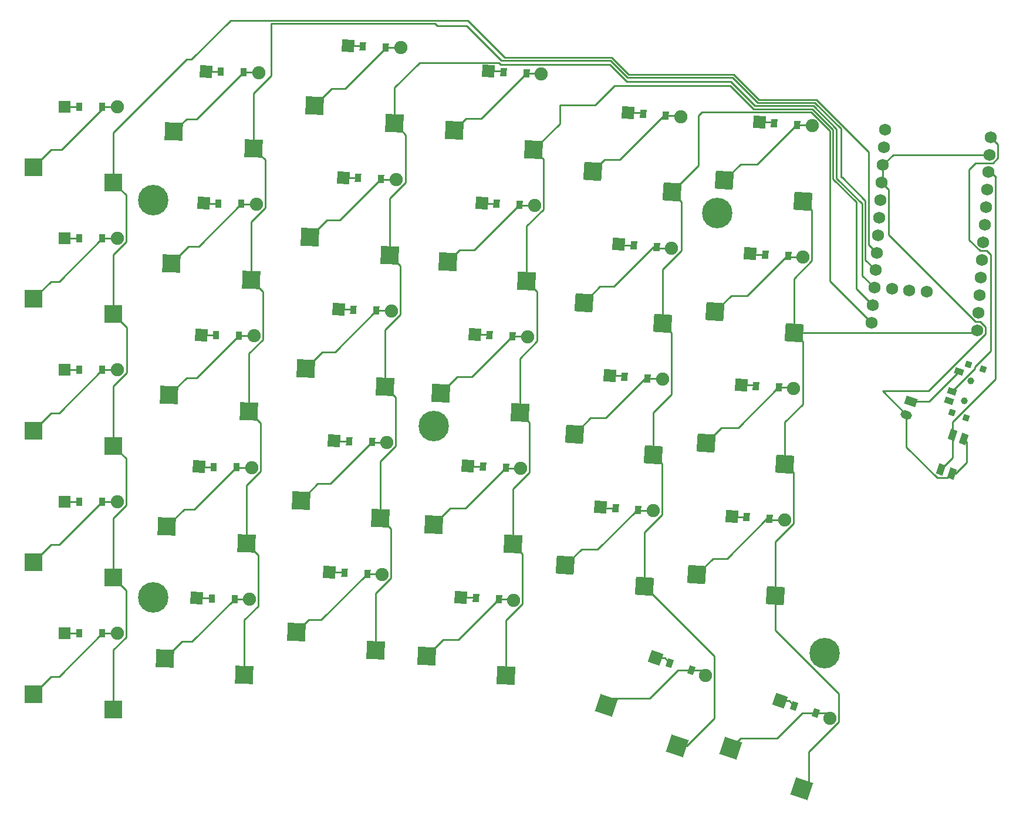
<source format=gbr>
%TF.GenerationSoftware,KiCad,Pcbnew,8.0.4*%
%TF.CreationDate,2024-08-23T21:57:30-04:00*%
%TF.ProjectId,left,6c656674-2e6b-4696-9361-645f70636258,v1.0.0*%
%TF.SameCoordinates,Original*%
%TF.FileFunction,Copper,L2,Bot*%
%TF.FilePolarity,Positive*%
%FSLAX46Y46*%
G04 Gerber Fmt 4.6, Leading zero omitted, Abs format (unit mm)*
G04 Created by KiCad (PCBNEW 8.0.4) date 2024-08-23 21:57:30*
%MOMM*%
%LPD*%
G01*
G04 APERTURE LIST*
G04 Aperture macros list*
%AMHorizOval*
0 Thick line with rounded ends*
0 $1 width*
0 $2 $3 position (X,Y) of the first rounded end (center of the circle)*
0 $4 $5 position (X,Y) of the second rounded end (center of the circle)*
0 Add line between two ends*
20,1,$1,$2,$3,$4,$5,0*
0 Add two circle primitives to create the rounded ends*
1,1,$1,$2,$3*
1,1,$1,$4,$5*%
%AMRotRect*
0 Rectangle, with rotation*
0 The origin of the aperture is its center*
0 $1 length*
0 $2 width*
0 $3 Rotation angle, in degrees counterclockwise*
0 Add horizontal line*
21,1,$1,$2,0,0,$3*%
G04 Aperture macros list end*
%TA.AperFunction,SMDPad,CuDef*%
%ADD10RotRect,0.900000X0.900000X251.000000*%
%TD*%
%TA.AperFunction,WasherPad*%
%ADD11C,1.000000*%
%TD*%
%TA.AperFunction,SMDPad,CuDef*%
%ADD12RotRect,0.900000X1.250000X251.000000*%
%TD*%
%TA.AperFunction,ComponentPad*%
%ADD13RotRect,1.778000X1.778000X359.000000*%
%TD*%
%TA.AperFunction,SMDPad,CuDef*%
%ADD14RotRect,0.900000X1.200000X359.000000*%
%TD*%
%TA.AperFunction,ComponentPad*%
%ADD15C,1.905000*%
%TD*%
%TA.AperFunction,ComponentPad*%
%ADD16RotRect,1.778000X1.778000X357.000000*%
%TD*%
%TA.AperFunction,SMDPad,CuDef*%
%ADD17RotRect,0.900000X1.200000X357.000000*%
%TD*%
%TA.AperFunction,SMDPad,CuDef*%
%ADD18RotRect,2.600000X2.600000X176.000000*%
%TD*%
%TA.AperFunction,ComponentPad*%
%ADD19RotRect,1.200000X1.700000X251.000000*%
%TD*%
%TA.AperFunction,ComponentPad*%
%ADD20HorizOval,1.200000X-0.236380X0.081392X0.236380X-0.081392X0*%
%TD*%
%TA.AperFunction,ComponentPad*%
%ADD21RotRect,1.778000X1.778000X358.000000*%
%TD*%
%TA.AperFunction,SMDPad,CuDef*%
%ADD22RotRect,0.900000X1.200000X358.000000*%
%TD*%
%TA.AperFunction,SMDPad,CuDef*%
%ADD23RotRect,1.550000X1.000000X251.000000*%
%TD*%
%TA.AperFunction,ComponentPad*%
%ADD24RotRect,1.778000X1.778000X356.000000*%
%TD*%
%TA.AperFunction,SMDPad,CuDef*%
%ADD25RotRect,0.900000X1.200000X356.000000*%
%TD*%
%TA.AperFunction,SMDPad,CuDef*%
%ADD26RotRect,2.600000X2.600000X178.000000*%
%TD*%
%TA.AperFunction,SMDPad,CuDef*%
%ADD27R,2.600000X2.600000*%
%TD*%
%TA.AperFunction,ComponentPad*%
%ADD28R,1.778000X1.778000*%
%TD*%
%TA.AperFunction,SMDPad,CuDef*%
%ADD29R,0.900000X1.200000*%
%TD*%
%TA.AperFunction,SMDPad,CuDef*%
%ADD30RotRect,2.600000X2.600000X177.000000*%
%TD*%
%TA.AperFunction,ComponentPad*%
%ADD31C,0.700000*%
%TD*%
%TA.AperFunction,ComponentPad*%
%ADD32C,4.400000*%
%TD*%
%TA.AperFunction,SMDPad,CuDef*%
%ADD33RotRect,2.600000X2.600000X179.000000*%
%TD*%
%TA.AperFunction,ComponentPad*%
%ADD34RotRect,1.778000X1.778000X341.000000*%
%TD*%
%TA.AperFunction,SMDPad,CuDef*%
%ADD35RotRect,0.900000X1.200000X341.000000*%
%TD*%
%TA.AperFunction,ComponentPad*%
%ADD36C,1.752600*%
%TD*%
%TA.AperFunction,SMDPad,CuDef*%
%ADD37RotRect,2.600000X2.600000X161.000000*%
%TD*%
%TA.AperFunction,Conductor*%
%ADD38C,0.250000*%
%TD*%
G04 APERTURE END LIST*
D10*
%TO.P,T1,*%
%TO.N,*%
X178715801Y-156877742D03*
X176635660Y-156161492D03*
D11*
X176959480Y-158599758D03*
X175982776Y-161436314D03*
D10*
X176306596Y-163874580D03*
X174226455Y-163158330D03*
D12*
%TO.P,T1,1*%
%TO.N,pos*%
X175241705Y-157215065D03*
%TO.P,T1,2*%
%TO.N,RAW*%
X174265001Y-160051621D03*
%TO.P,T1,3*%
%TO.N,N/C*%
X173776649Y-161469899D03*
%TD*%
D13*
%TO.P,D8,1*%
%TO.N,P017*%
X65941033Y-151940055D03*
D14*
X68100704Y-151977753D03*
%TO.P,D8,2*%
%TO.N,pinky_home*%
X71400202Y-152035345D03*
D15*
X73559873Y-152073043D03*
%TD*%
D16*
%TO.P,D18,1*%
%TO.N,P017*%
X105396310Y-151852998D03*
D17*
X107553350Y-151966044D03*
%TO.P,D18,2*%
%TO.N,middle_home*%
X110848828Y-152138752D03*
D15*
X113005868Y-152251798D03*
%TD*%
D18*
%TO.P,S24,1*%
%TO.N,P106*%
X133816387Y-131330090D03*
%TO.P,S24,2*%
%TO.N,index_num*%
X122447987Y-128329761D03*
%TD*%
D19*
%TO.P,JST1,1*%
%TO.N,pos*%
X168328564Y-161550571D03*
D20*
%TO.P,JST1,2*%
%TO.N,GND*%
X167677428Y-163441609D03*
%TD*%
D21*
%TO.P,D15,1*%
%TO.N,P006*%
X87086096Y-110248581D03*
D22*
X89244780Y-110323964D03*
%TO.P,D15,2*%
%TO.N,ring_num*%
X92542770Y-110439132D03*
D15*
X94701454Y-110514515D03*
%TD*%
D23*
%TO.P,B1,1*%
%TO.N,GND*%
X175936339Y-166946393D03*
X174227106Y-171910365D03*
%TO.P,B1,2*%
%TO.N,RST*%
X174328958Y-166392927D03*
X172619725Y-171356899D03*
%TD*%
D16*
%TO.P,D17,1*%
%TO.N,P020*%
X104401927Y-170826959D03*
D17*
X106558967Y-170940005D03*
%TO.P,D17,2*%
%TO.N,middle_bottom*%
X109854445Y-171112713D03*
D15*
X112011485Y-171225759D03*
%TD*%
D13*
%TO.P,D9,1*%
%TO.N,P008*%
X66272629Y-132942949D03*
D14*
X68432300Y-132980647D03*
%TO.P,D9,2*%
%TO.N,pinky_top*%
X71731798Y-133038239D03*
D15*
X73891469Y-133075937D03*
%TD*%
D18*
%TO.P,S23,1*%
%TO.N,P106*%
X132491014Y-150283807D03*
%TO.P,S23,2*%
%TO.N,index_top*%
X121122614Y-147283478D03*
%TD*%
D24*
%TO.P,D26,1*%
%TO.N,P017*%
X143815451Y-159145345D03*
D25*
X145970189Y-159296019D03*
%TO.P,D26,2*%
%TO.N,inner_home*%
X149262151Y-159526215D03*
D15*
X151416889Y-159676889D03*
%TD*%
D26*
%TO.P,S11,1*%
%TO.N,P011*%
X91132269Y-197392876D03*
%TO.P,S11,2*%
%TO.N,ring_mod*%
X79666084Y-194791127D03*
%TD*%
D24*
%TO.P,D24,1*%
%TO.N,P006*%
X127512480Y-119912538D03*
D25*
X129667218Y-120063212D03*
%TO.P,D24,2*%
%TO.N,index_num*%
X132959180Y-120293408D03*
D15*
X135113918Y-120444082D03*
%TD*%
D27*
%TO.P,S2,1*%
%TO.N,P024*%
X53275000Y-186950000D03*
%TO.P,S2,2*%
%TO.N,outer_bottom*%
X41725000Y-184750000D03*
%TD*%
%TO.P,S4,1*%
%TO.N,P024*%
X53275000Y-148950000D03*
%TO.P,S4,2*%
%TO.N,outer_top*%
X41725000Y-146750000D03*
%TD*%
D21*
%TO.P,D11,1*%
%TO.N,P022*%
X84433734Y-186202284D03*
D22*
X86592418Y-186277667D03*
%TO.P,D11,2*%
%TO.N,ring_mod*%
X89890408Y-186392835D03*
D15*
X92049092Y-186468218D03*
%TD*%
D24*
%TO.P,D28,1*%
%TO.N,P006*%
X146466197Y-121237911D03*
D25*
X148620935Y-121388585D03*
%TO.P,D28,2*%
%TO.N,inner_num*%
X151912897Y-121618781D03*
D15*
X154067635Y-121769455D03*
%TD*%
D28*
%TO.P,D5,1*%
%TO.N,P006*%
X46190000Y-119000000D03*
D29*
X48350000Y-119000000D03*
%TO.P,D5,2*%
%TO.N,outer_num*%
X51650000Y-119000000D03*
D15*
X53810000Y-119000000D03*
%TD*%
D13*
%TO.P,D7,1*%
%TO.N,P020*%
X65609438Y-170937161D03*
D14*
X67769109Y-170974859D03*
%TO.P,D7,2*%
%TO.N,pinky_bottom*%
X71068607Y-171032451D03*
D15*
X73228278Y-171070149D03*
%TD*%
D21*
%TO.P,D14,1*%
%TO.N,P008*%
X86423006Y-129237007D03*
D22*
X88581690Y-129312390D03*
%TO.P,D14,2*%
%TO.N,ring_top*%
X91879680Y-129427558D03*
D15*
X94038364Y-129502941D03*
%TD*%
D30*
%TO.P,S18,1*%
%TO.N,P104*%
X111898522Y-163158791D03*
%TO.P,S18,2*%
%TO.N,middle_home*%
X100479490Y-160357326D03*
%TD*%
D28*
%TO.P,D2,1*%
%TO.N,P020*%
X46190000Y-176000000D03*
D29*
X48350000Y-176000000D03*
%TO.P,D2,2*%
%TO.N,outer_bottom*%
X51650000Y-176000000D03*
D15*
X53810000Y-176000000D03*
%TD*%
D18*
%TO.P,S28,1*%
%TO.N,P009*%
X152770104Y-132655463D03*
%TO.P,S28,2*%
%TO.N,inner_num*%
X141401704Y-129655134D03*
%TD*%
D28*
%TO.P,D4,1*%
%TO.N,P008*%
X46190000Y-138000000D03*
D29*
X48350000Y-138000000D03*
%TO.P,D4,2*%
%TO.N,outer_top*%
X51650000Y-138000000D03*
D15*
X53810000Y-138000000D03*
%TD*%
D30*
%TO.P,S19,1*%
%TO.N,P104*%
X112892906Y-144184830D03*
%TO.P,S19,2*%
%TO.N,middle_top*%
X101473874Y-141383365D03*
%TD*%
D18*
%TO.P,S27,1*%
%TO.N,P009*%
X151444731Y-151609180D03*
%TO.P,S27,2*%
%TO.N,inner_top*%
X140076331Y-148608851D03*
%TD*%
D24*
%TO.P,D25,1*%
%TO.N,P020*%
X142490078Y-178099062D03*
D25*
X144644816Y-178249736D03*
%TO.P,D25,2*%
%TO.N,inner_bottom*%
X147936778Y-178479932D03*
D15*
X150091516Y-178630606D03*
%TD*%
D24*
%TO.P,D22,1*%
%TO.N,P017*%
X124861734Y-157819972D03*
D25*
X127016472Y-157970646D03*
%TO.P,D22,2*%
%TO.N,index_home*%
X130308434Y-158200842D03*
D15*
X132463172Y-158351516D03*
%TD*%
D30*
%TO.P,S17,1*%
%TO.N,P104*%
X110904139Y-182132753D03*
%TO.P,S17,2*%
%TO.N,middle_bottom*%
X99485107Y-179331288D03*
%TD*%
D13*
%TO.P,D10,1*%
%TO.N,P006*%
X66604225Y-113945843D03*
D14*
X68763896Y-113983541D03*
%TO.P,D10,2*%
%TO.N,pinky_num*%
X72063394Y-114041133D03*
D15*
X74223065Y-114078831D03*
%TD*%
D27*
%TO.P,S1,1*%
%TO.N,P024*%
X53275000Y-205950000D03*
%TO.P,S1,2*%
%TO.N,outer_mod*%
X41725000Y-203750000D03*
%TD*%
D30*
%TO.P,S16,1*%
%TO.N,P104*%
X109909756Y-201106714D03*
%TO.P,S16,2*%
%TO.N,middle_mod*%
X98490724Y-198305249D03*
%TD*%
D28*
%TO.P,D1,1*%
%TO.N,P022*%
X46190000Y-195000000D03*
D29*
X48350000Y-195000000D03*
%TO.P,D1,2*%
%TO.N,outer_mod*%
X51650000Y-195000000D03*
D15*
X53810000Y-195000000D03*
%TD*%
D24*
%TO.P,D23,1*%
%TO.N,P008*%
X126187107Y-138866255D03*
D25*
X128341845Y-139016929D03*
%TO.P,D23,2*%
%TO.N,index_top*%
X131633807Y-139247125D03*
D15*
X133788545Y-139397799D03*
%TD*%
D31*
%TO.P,_4,1*%
%TO.N,N/C*%
X138701146Y-134227892D03*
X139264630Y-133097719D03*
X139101856Y-135425487D03*
X140462225Y-132697009D03*
D32*
X140347127Y-134342990D03*
D31*
X140232029Y-135988971D03*
X141592398Y-133260493D03*
X141429624Y-135588261D03*
X141993108Y-134458088D03*
%TD*%
%TO.P,_2,1*%
%TO.N,N/C*%
X57350000Y-189800000D03*
X57833274Y-188633274D03*
X57833274Y-190966726D03*
X59000000Y-188150000D03*
D32*
X59000000Y-189800000D03*
D31*
X59000000Y-191450000D03*
X60166726Y-188633274D03*
X60166726Y-190966726D03*
X60650000Y-189800000D03*
%TD*%
D24*
%TO.P,D21,1*%
%TO.N,P020*%
X123536361Y-176773689D03*
D25*
X125691099Y-176924363D03*
%TO.P,D21,2*%
%TO.N,index_bottom*%
X128983061Y-177154559D03*
D15*
X131137799Y-177305233D03*
%TD*%
D26*
%TO.P,S13,1*%
%TO.N,P011*%
X92458450Y-159416025D03*
%TO.P,S13,2*%
%TO.N,ring_home*%
X80992265Y-156814276D03*
%TD*%
D18*
%TO.P,S22,1*%
%TO.N,P106*%
X131165641Y-169237524D03*
%TO.P,S22,2*%
%TO.N,index_home*%
X119797241Y-166237195D03*
%TD*%
D33*
%TO.P,S9,1*%
%TO.N,P100*%
X73165446Y-144014931D03*
%TO.P,S9,2*%
%TO.N,pinky_top*%
X61655601Y-141613691D03*
%TD*%
D34*
%TO.P,D30,1*%
%TO.N,P022*%
X149424435Y-204749530D03*
D35*
X151466755Y-205452758D03*
%TO.P,D30,2*%
%TO.N,mod_thumb*%
X154586967Y-206527132D03*
D15*
X156629287Y-207230360D03*
%TD*%
D24*
%TO.P,D27,1*%
%TO.N,P008*%
X145140824Y-140191628D03*
D25*
X147295562Y-140342302D03*
%TO.P,D27,2*%
%TO.N,inner_top*%
X150587524Y-140572498D03*
D15*
X152742262Y-140723172D03*
%TD*%
D31*
%TO.P,_3,1*%
%TO.N,N/C*%
X97859149Y-164976519D03*
X98402823Y-163836684D03*
X98280699Y-166166938D03*
X99593242Y-163415134D03*
D32*
X99506888Y-165062873D03*
D31*
X99420534Y-166710612D03*
X100733077Y-163958808D03*
X100610953Y-166289062D03*
X101154627Y-165149227D03*
%TD*%
D26*
%TO.P,S15,1*%
%TO.N,P011*%
X93784630Y-121439173D03*
%TO.P,S15,2*%
%TO.N,ring_num*%
X82318445Y-118837424D03*
%TD*%
D31*
%TO.P,_1,1*%
%TO.N,N/C*%
X57350000Y-132500000D03*
X57833274Y-131333274D03*
X57833274Y-133666726D03*
X59000000Y-130850000D03*
D32*
X59000000Y-132500000D03*
D31*
X59000000Y-134150000D03*
X60166726Y-131333274D03*
X60166726Y-133666726D03*
X60650000Y-132500000D03*
%TD*%
D33*
%TO.P,S6,1*%
%TO.N,P100*%
X72170659Y-201006250D03*
%TO.P,S6,2*%
%TO.N,pinky_mod*%
X60660814Y-198605010D03*
%TD*%
D28*
%TO.P,D3,1*%
%TO.N,P017*%
X46190000Y-157000000D03*
D29*
X48350000Y-157000000D03*
%TO.P,D3,2*%
%TO.N,outer_home*%
X51650000Y-157000000D03*
D15*
X53810000Y-157000000D03*
%TD*%
D27*
%TO.P,S5,1*%
%TO.N,P024*%
X53275000Y-129950000D03*
%TO.P,S5,2*%
%TO.N,outer_num*%
X41725000Y-127750000D03*
%TD*%
D31*
%TO.P,_5,1*%
%TO.N,N/C*%
X154266641Y-197321298D03*
X155103435Y-196375475D03*
X154343737Y-198581797D03*
X156363934Y-196298379D03*
D32*
X155826747Y-197858485D03*
D31*
X155289560Y-199418591D03*
X157309757Y-197135173D03*
X156550059Y-199341495D03*
X157386853Y-198395672D03*
%TD*%
D33*
%TO.P,S8,1*%
%TO.N,P100*%
X72833850Y-163012038D03*
%TO.P,S8,2*%
%TO.N,pinky_home*%
X61324005Y-160610798D03*
%TD*%
D36*
%TO.P,MCU1,1*%
%TO.N,P006*%
X164623746Y-122337196D03*
%TO.P,MCU1,2*%
%TO.N,P008*%
X164446564Y-124871009D03*
%TO.P,MCU1,3*%
%TO.N,GND*%
X164269383Y-127404821D03*
%TO.P,MCU1,4*%
X164092202Y-129938634D03*
%TO.P,MCU1,5*%
%TO.N,P017*%
X163915020Y-132472447D03*
%TO.P,MCU1,6*%
%TO.N,P020*%
X163737839Y-135006259D03*
%TO.P,MCU1,7*%
%TO.N,P022*%
X163560657Y-137540072D03*
%TO.P,MCU1,8*%
%TO.N,P024*%
X163383476Y-140073885D03*
%TO.P,MCU1,9*%
%TO.N,P100*%
X163206294Y-142607697D03*
%TO.P,MCU1,10*%
%TO.N,P011*%
X163029113Y-145141510D03*
%TO.P,MCU1,11*%
%TO.N,P104*%
X162851931Y-147675323D03*
%TO.P,MCU1,12*%
%TO.N,P106*%
X162674750Y-150209135D03*
%TO.P,MCU1,13*%
%TO.N,P009*%
X177877626Y-151272224D03*
%TO.P,MCU1,14*%
%TO.N,P010*%
X178054808Y-148738411D03*
%TO.P,MCU1,15*%
%TO.N,P111*%
X178231989Y-146204599D03*
%TO.P,MCU1,16*%
%TO.N,P113*%
X178409170Y-143670786D03*
%TO.P,MCU1,17*%
%TO.N,P115*%
X178586352Y-141136973D03*
%TO.P,MCU1,18*%
%TO.N,P002*%
X178763533Y-138603161D03*
%TO.P,MCU1,19*%
%TO.N,P029*%
X178940715Y-136069348D03*
%TO.P,MCU1,20*%
%TO.N,P031*%
X179117896Y-133535535D03*
%TO.P,MCU1,21*%
%TO.N,VCC*%
X179295078Y-131001723D03*
%TO.P,MCU1,22*%
%TO.N,RST*%
X179472259Y-128467910D03*
%TO.P,MCU1,23*%
%TO.N,GND*%
X179649441Y-125934097D03*
%TO.P,MCU1,24*%
%TO.N,RAW*%
X179826622Y-123400285D03*
%TO.P,MCU1,31*%
%TO.N,P101*%
X165562926Y-145318692D03*
%TO.P,MCU1,32*%
%TO.N,P102*%
X168096738Y-145495873D03*
%TO.P,MCU1,33*%
%TO.N,P107*%
X170630551Y-145673054D03*
%TD*%
D16*
%TO.P,D16,1*%
%TO.N,P022*%
X103407544Y-189800920D03*
D17*
X105564584Y-189913966D03*
%TO.P,D16,2*%
%TO.N,middle_mod*%
X108860062Y-190086674D03*
D15*
X111017102Y-190199720D03*
%TD*%
D16*
%TO.P,D19,1*%
%TO.N,P008*%
X106390693Y-132879037D03*
D17*
X108547733Y-132992083D03*
%TO.P,D19,2*%
%TO.N,middle_top*%
X111843211Y-133164791D03*
D15*
X114000251Y-133277837D03*
%TD*%
D37*
%TO.P,S29,1*%
%TO.N,P106*%
X134593610Y-211223814D03*
%TO.P,S29,2*%
%TO.N,space_thumb*%
X124389120Y-205383361D03*
%TD*%
D18*
%TO.P,S26,1*%
%TO.N,P009*%
X150119358Y-170562897D03*
%TO.P,S26,2*%
%TO.N,inner_home*%
X138750958Y-167562568D03*
%TD*%
D27*
%TO.P,S3,1*%
%TO.N,P024*%
X53275000Y-167950000D03*
%TO.P,S3,2*%
%TO.N,outer_home*%
X41725000Y-165750000D03*
%TD*%
D34*
%TO.P,D29,1*%
%TO.N,P022*%
X131459582Y-198563735D03*
D35*
X133501902Y-199266963D03*
%TO.P,D29,2*%
%TO.N,space_thumb*%
X136622114Y-200341337D03*
D15*
X138664434Y-201044565D03*
%TD*%
D30*
%TO.P,S20,1*%
%TO.N,P104*%
X113887289Y-125210869D03*
%TO.P,S20,2*%
%TO.N,middle_num*%
X102468257Y-122409404D03*
%TD*%
D16*
%TO.P,D20,1*%
%TO.N,P006*%
X107385077Y-113905075D03*
D17*
X109542117Y-114018121D03*
%TO.P,D20,2*%
%TO.N,middle_num*%
X112837595Y-114190829D03*
D15*
X114994635Y-114303875D03*
%TD*%
D33*
%TO.P,S10,1*%
%TO.N,P100*%
X73497042Y-125017825D03*
%TO.P,S10,2*%
%TO.N,pinky_num*%
X61987197Y-122616585D03*
%TD*%
D26*
%TO.P,S14,1*%
%TO.N,P011*%
X93121540Y-140427599D03*
%TO.P,S14,2*%
%TO.N,ring_top*%
X81655355Y-137825850D03*
%TD*%
D21*
%TO.P,D13,1*%
%TO.N,P017*%
X85759915Y-148225432D03*
D22*
X87918599Y-148300815D03*
%TO.P,D13,2*%
%TO.N,ring_home*%
X91216589Y-148415983D03*
D15*
X93375273Y-148491366D03*
%TD*%
D33*
%TO.P,S7,1*%
%TO.N,P100*%
X72502255Y-182009144D03*
%TO.P,S7,2*%
%TO.N,pinky_bottom*%
X60992410Y-179607904D03*
%TD*%
D21*
%TO.P,D12,1*%
%TO.N,P020*%
X85096825Y-167213858D03*
D22*
X87255509Y-167289241D03*
%TO.P,D12,2*%
%TO.N,ring_bottom*%
X90553499Y-167404409D03*
D15*
X92712183Y-167479792D03*
%TD*%
D26*
%TO.P,S12,1*%
%TO.N,P011*%
X91795359Y-178404450D03*
%TO.P,S12,2*%
%TO.N,ring_bottom*%
X80329174Y-175802701D03*
%TD*%
D18*
%TO.P,S21,1*%
%TO.N,P106*%
X129840268Y-188191241D03*
%TO.P,S21,2*%
%TO.N,index_bottom*%
X118471868Y-185190912D03*
%TD*%
D13*
%TO.P,D6,1*%
%TO.N,P022*%
X65277842Y-189934268D03*
D14*
X67437513Y-189971966D03*
%TO.P,D6,2*%
%TO.N,pinky_mod*%
X70737011Y-190029558D03*
D15*
X72896682Y-190067256D03*
%TD*%
D37*
%TO.P,S30,1*%
%TO.N,P009*%
X152558463Y-217409608D03*
%TO.P,S30,2*%
%TO.N,mod_thumb*%
X142353973Y-211569155D03*
%TD*%
D18*
%TO.P,S25,1*%
%TO.N,P009*%
X148793985Y-189516614D03*
%TO.P,S25,2*%
%TO.N,inner_bottom*%
X137425585Y-186516285D03*
%TD*%
D38*
%TO.N,P024*%
X163383476Y-140073885D02*
X162200000Y-138890409D01*
X125168198Y-111931802D02*
X109731802Y-111931802D01*
X154650422Y-118000000D02*
X146386396Y-118000000D01*
X53275000Y-148950000D02*
X53275000Y-140341658D01*
X142736396Y-114350000D02*
X127586396Y-114350000D01*
X55087500Y-131762500D02*
X53275000Y-129950000D01*
X53275000Y-159341658D02*
X55200000Y-157416658D01*
X70182371Y-106550000D02*
X64532371Y-112200000D01*
X53275000Y-205950000D02*
X53275000Y-197341658D01*
X55200000Y-150875000D02*
X53275000Y-148950000D01*
X53275000Y-122757371D02*
X53275000Y-129950000D01*
X53275000Y-140341658D02*
X55087500Y-138529158D01*
X146386396Y-118000000D02*
X142736396Y-114350000D01*
X162200000Y-125549578D02*
X154650422Y-118000000D01*
X55087500Y-176529158D02*
X55087500Y-169762500D01*
X55200000Y-157416658D02*
X55200000Y-150875000D01*
X53275000Y-197341658D02*
X55087500Y-195529158D01*
X127586396Y-114350000D02*
X125168198Y-111931802D01*
X55087500Y-138529158D02*
X55087500Y-131762500D01*
X64532371Y-112200000D02*
X63832371Y-112200000D01*
X109731802Y-111931802D02*
X104350000Y-106550000D01*
X53275000Y-167950000D02*
X53275000Y-159341658D01*
X53275000Y-186950000D02*
X53275000Y-178341658D01*
X63832371Y-112200000D02*
X53275000Y-122757371D01*
X55087500Y-169762500D02*
X53275000Y-167950000D01*
X55087500Y-188762500D02*
X53275000Y-186950000D01*
X162200000Y-138890409D02*
X162200000Y-125549578D01*
X104350000Y-106550000D02*
X70182371Y-106550000D01*
X53275000Y-178341658D02*
X55087500Y-176529158D01*
X55087500Y-195529158D02*
X55087500Y-188762500D01*
%TO.N,outer_mod*%
X41725000Y-203750000D02*
X44249100Y-201225900D01*
X45424100Y-201225900D02*
X51650000Y-195000000D01*
X44249100Y-201225900D02*
X45424100Y-201225900D01*
X51650000Y-195000000D02*
X53810000Y-195000000D01*
%TO.N,outer_bottom*%
X45424100Y-182225900D02*
X51650000Y-176000000D01*
X41725000Y-184750000D02*
X44249100Y-182225900D01*
X53810000Y-176000000D02*
X51650000Y-176000000D01*
X44249100Y-182225900D02*
X45424100Y-182225900D01*
%TO.N,outer_home*%
X45424100Y-163225900D02*
X51650000Y-157000000D01*
X51650000Y-157000000D02*
X53810000Y-157000000D01*
X44249100Y-163225900D02*
X45424100Y-163225900D01*
X41725000Y-165750000D02*
X44249100Y-163225900D01*
%TO.N,outer_top*%
X53810000Y-138000000D02*
X51650000Y-138000000D01*
X45424100Y-144225900D02*
X51650000Y-138000000D01*
X44249100Y-144225900D02*
X45424100Y-144225900D01*
X41725000Y-146750000D02*
X44249100Y-144225900D01*
%TO.N,outer_num*%
X45819101Y-125225900D02*
X51650000Y-119395001D01*
X44249100Y-125225900D02*
X45819101Y-125225900D01*
X51650000Y-119000000D02*
X53810000Y-119000000D01*
X41725000Y-127750000D02*
X44249100Y-125225900D01*
X51650000Y-119395001D02*
X51650000Y-119000000D01*
%TO.N,P100*%
X72502255Y-182009144D02*
X72502255Y-173602830D01*
X158200000Y-129200000D02*
X158400000Y-129200000D01*
X72170659Y-193053342D02*
X74174182Y-191049819D01*
X72502255Y-173602830D02*
X74505778Y-171599307D01*
X73165446Y-135608618D02*
X75168969Y-133605095D01*
X127400000Y-114800000D02*
X142550000Y-114800000D01*
X73165446Y-144014931D02*
X73165446Y-135608618D01*
X146200000Y-118450000D02*
X154464026Y-118450000D01*
X161750000Y-141151403D02*
X163206294Y-142607697D01*
X74174182Y-183681071D02*
X72502255Y-182009144D01*
X158400000Y-129200000D02*
X161750000Y-132550000D01*
X74837373Y-152602201D02*
X74837373Y-145686858D01*
X73497042Y-117064917D02*
X76000000Y-114561959D01*
X75168969Y-126689752D02*
X73497042Y-125017825D01*
X99663604Y-107000000D02*
X100013604Y-107350000D01*
X124981802Y-112381802D02*
X127400000Y-114800000D01*
X74837373Y-145686858D02*
X73165446Y-144014931D01*
X75168969Y-133605095D02*
X75168969Y-126689752D01*
X142550000Y-114800000D02*
X146200000Y-118450000D01*
X76000000Y-107000000D02*
X99663604Y-107000000D01*
X72833850Y-154605724D02*
X74837373Y-152602201D01*
X74505778Y-164683966D02*
X72833850Y-163012038D01*
X104186396Y-107350000D02*
X109218198Y-112381802D01*
X109218198Y-112381802D02*
X124981802Y-112381802D01*
X74174182Y-191049819D02*
X74174182Y-183681071D01*
X158200000Y-122185974D02*
X158200000Y-129200000D01*
X154464026Y-118450000D02*
X158200000Y-122185974D01*
X74505778Y-171599307D02*
X74505778Y-164683966D01*
X161750000Y-132550000D02*
X161750000Y-141151403D01*
X72833850Y-163012038D02*
X72833850Y-154605724D01*
X72170659Y-201006250D02*
X72170659Y-193053342D01*
X73497042Y-125017825D02*
X73497042Y-117064917D01*
X100013604Y-107350000D02*
X104186396Y-107350000D01*
X76000000Y-114561959D02*
X76000000Y-107000000D01*
%TO.N,pinky_mod*%
X63135912Y-196129912D02*
X64636657Y-196129912D01*
X70737011Y-190029558D02*
X72858984Y-190029558D01*
X60660814Y-198605010D02*
X63135912Y-196129912D01*
X64636657Y-196129912D02*
X70737011Y-190029558D01*
X72858984Y-190029558D02*
X72896682Y-190067256D01*
%TO.N,pinky_bottom*%
X71106305Y-171070149D02*
X71068607Y-171032451D01*
X63467508Y-177132806D02*
X64968252Y-177132806D01*
X60992410Y-179607904D02*
X63467508Y-177132806D01*
X73228278Y-171070149D02*
X71106305Y-171070149D01*
X64968252Y-177132806D02*
X71068607Y-171032451D01*
%TO.N,pinky_home*%
X63799103Y-158135700D02*
X65299847Y-158135700D01*
X73522175Y-152035345D02*
X73559873Y-152073043D01*
X65299847Y-158135700D02*
X71400202Y-152035345D01*
X61324005Y-160610798D02*
X63799103Y-158135700D01*
X71400202Y-152035345D02*
X73522175Y-152035345D01*
%TO.N,pinky_top*%
X73891469Y-133075937D02*
X71769496Y-133075937D01*
X65631444Y-139138593D02*
X71731798Y-133038239D01*
X61655601Y-141613691D02*
X64130699Y-139138593D01*
X71769496Y-133075937D02*
X71731798Y-133038239D01*
X64130699Y-139138593D02*
X65631444Y-139138593D01*
%TO.N,pinky_num*%
X61987197Y-122616585D02*
X63805040Y-120798742D01*
X65305785Y-120798742D02*
X72063394Y-114041133D01*
X72063394Y-114041133D02*
X74185367Y-114041133D01*
X63805040Y-120798742D02*
X65305785Y-120798742D01*
X74185367Y-114041133D02*
X74223065Y-114078831D01*
%TO.N,P011*%
X91132269Y-189191699D02*
X93326592Y-186997376D01*
X108845767Y-112645767D02*
X97406925Y-112645767D01*
X161300000Y-133017031D02*
X161300000Y-143412397D01*
X93121540Y-140427599D02*
X93121540Y-132226423D01*
X93989683Y-160947258D02*
X92458450Y-159416025D01*
X127363604Y-115400000D02*
X142300000Y-115400000D01*
X93326592Y-179935683D02*
X91795359Y-178404450D01*
X92458450Y-159416025D02*
X92458450Y-151214847D01*
X92458450Y-151214847D02*
X94652773Y-149020524D01*
X124913604Y-112950000D02*
X127363604Y-115400000D01*
X145800000Y-118900000D02*
X154277630Y-118900000D01*
X142300000Y-115400000D02*
X145800000Y-118900000D01*
X94652773Y-141958832D02*
X93121540Y-140427599D01*
X93121540Y-132226423D02*
X95400000Y-129947963D01*
X157600000Y-129317031D02*
X161300000Y-133017031D01*
X154277630Y-118900000D02*
X157600000Y-122222370D01*
X94652773Y-149020524D02*
X94652773Y-141958832D01*
X95400000Y-123054543D02*
X93784630Y-121439173D01*
X97406925Y-112645767D02*
X93784630Y-116268062D01*
X109150000Y-112950000D02*
X124913604Y-112950000D01*
X161300000Y-143412397D02*
X163029113Y-145141510D01*
X109150000Y-112950000D02*
X108845767Y-112645767D01*
X91795359Y-178404450D02*
X91795359Y-170203274D01*
X93989683Y-168008950D02*
X93989683Y-160947258D01*
X95400000Y-129947963D02*
X95400000Y-123054543D01*
X91132269Y-197392876D02*
X91132269Y-189191699D01*
X91795359Y-170203274D02*
X93989683Y-168008950D01*
X93784630Y-121439173D02*
X93784630Y-116268062D01*
X93326592Y-186997376D02*
X93326592Y-179935683D01*
X157600000Y-122222370D02*
X157600000Y-129317031D01*
%TO.N,ring_mod*%
X91973709Y-186392835D02*
X92049092Y-186468218D01*
X79666084Y-194791127D02*
X81426788Y-193030423D01*
X83252820Y-193030423D02*
X89890408Y-186392835D01*
X89890408Y-186392835D02*
X91973709Y-186392835D01*
X81426788Y-193030423D02*
X83252820Y-193030423D01*
%TO.N,ring_bottom*%
X84580176Y-173377732D02*
X90553499Y-167404409D01*
X90628882Y-167479792D02*
X90553499Y-167404409D01*
X80329174Y-175802701D02*
X82754143Y-173377732D01*
X92712183Y-167479792D02*
X90628882Y-167479792D01*
X82754143Y-173377732D02*
X84580176Y-173377732D01*
%TO.N,ring_home*%
X93299890Y-148415983D02*
X93375273Y-148491366D01*
X85243265Y-154389307D02*
X91216589Y-148415983D01*
X91216589Y-148415983D02*
X93299890Y-148415983D01*
X83417234Y-154389307D02*
X85243265Y-154389307D01*
X80992265Y-156814276D02*
X83417234Y-154389307D01*
%TO.N,ring_top*%
X81655355Y-137825850D02*
X84080324Y-135400881D01*
X85906357Y-135400881D02*
X91879680Y-129427558D01*
X84080324Y-135400881D02*
X85906357Y-135400881D01*
X94038364Y-129502941D02*
X91955063Y-129502941D01*
X91955063Y-129502941D02*
X91879680Y-129427558D01*
%TO.N,ring_num*%
X84743414Y-116412455D02*
X86730325Y-116412455D01*
X86730325Y-116412455D02*
X92542770Y-110600010D01*
X92542770Y-110439132D02*
X94626071Y-110439132D01*
X92542770Y-110600010D02*
X92542770Y-110439132D01*
X94626071Y-110439132D02*
X94701454Y-110514515D01*
X82318445Y-118837424D02*
X84743414Y-116412455D01*
%TO.N,P104*%
X114400000Y-145691924D02*
X112892906Y-144184830D01*
X113887289Y-125210869D02*
X117646538Y-121451620D01*
X112892906Y-136191840D02*
X115277751Y-133806995D01*
X112294602Y-190728878D02*
X112294602Y-183523216D01*
X113288985Y-164549254D02*
X111898522Y-163158791D01*
X112294602Y-183523216D02*
X110904139Y-182132753D01*
X145600000Y-119350000D02*
X154091234Y-119350000D01*
X110904139Y-174139763D02*
X113288985Y-171754917D01*
X109909756Y-201106714D02*
X109909756Y-193113724D01*
X111898522Y-155310433D02*
X114400000Y-152808955D01*
X112892906Y-144184830D02*
X112892906Y-136191840D01*
X157080635Y-122339401D02*
X157080635Y-129434062D01*
X111898522Y-163158791D02*
X111898522Y-155310433D01*
X115277751Y-133806995D02*
X115277751Y-126601331D01*
X160423287Y-132776714D02*
X160423287Y-145246679D01*
X110904139Y-182132753D02*
X110904139Y-174139763D01*
X142200000Y-115950000D02*
X145600000Y-119350000D01*
X160423287Y-145246679D02*
X162851931Y-147675323D01*
X154091234Y-119350000D02*
X157080635Y-122339401D01*
X113288985Y-171754917D02*
X113288985Y-164549254D01*
X117646538Y-121451620D02*
X117646538Y-118753462D01*
X125550000Y-115950000D02*
X122746538Y-118753462D01*
X125550000Y-115950000D02*
X142200000Y-115950000D01*
X115277751Y-126601331D02*
X113887289Y-125210869D01*
X122746538Y-118753462D02*
X117646538Y-118753462D01*
X114400000Y-152808955D02*
X114400000Y-145691924D01*
X157080635Y-129434062D02*
X160423287Y-132776714D01*
X109909756Y-193113724D02*
X112294602Y-190728878D01*
%TO.N,middle_mod*%
X103015216Y-195931520D02*
X108860062Y-190086674D01*
X110904056Y-190086674D02*
X111017102Y-190199720D01*
X98490724Y-198305249D02*
X100864453Y-195931520D01*
X108860062Y-190086674D02*
X110904056Y-190086674D01*
X100864453Y-195931520D02*
X103015216Y-195931520D01*
%TO.N,middle_bottom*%
X101858836Y-176957559D02*
X104009599Y-176957559D01*
X109967491Y-171225759D02*
X109854445Y-171112713D01*
X104009599Y-176957559D02*
X109854445Y-171112713D01*
X99485107Y-179331288D02*
X101858836Y-176957559D01*
X112011485Y-171225759D02*
X109967491Y-171225759D01*
%TO.N,middle_home*%
X105003983Y-157983597D02*
X110848828Y-152138752D01*
X112892822Y-152138752D02*
X113005868Y-152251798D01*
X100479490Y-160357326D02*
X102853219Y-157983597D01*
X110848828Y-152138752D02*
X112892822Y-152138752D01*
X102853219Y-157983597D02*
X105003983Y-157983597D01*
%TO.N,middle_top*%
X111956257Y-133277837D02*
X111843211Y-133164791D01*
X101473874Y-141383365D02*
X103177474Y-139679765D01*
X105328237Y-139679765D02*
X111843211Y-133164791D01*
X114000251Y-133277837D02*
X111956257Y-133277837D01*
X103177474Y-139679765D02*
X105328237Y-139679765D01*
%TO.N,middle_num*%
X112837595Y-114190829D02*
X114881589Y-114190829D01*
X114881589Y-114190829D02*
X114994635Y-114303875D01*
X102468257Y-122409404D02*
X104171857Y-120705804D01*
X104171857Y-120705804D02*
X106322620Y-120705804D01*
X106322620Y-120705804D02*
X112837595Y-114190829D01*
%TO.N,P106*%
X132491014Y-150283807D02*
X132491014Y-142501988D01*
X138200000Y-119800000D02*
X137676918Y-120323082D01*
X153904838Y-119800000D02*
X138200000Y-119800000D01*
X133800000Y-160542234D02*
X133800000Y-151592793D01*
X135200000Y-132713703D02*
X133816387Y-131330090D01*
X156630635Y-144165020D02*
X156630635Y-122525797D01*
X132491014Y-142501988D02*
X135200000Y-139793002D01*
X129840268Y-180409422D02*
X132415299Y-177834391D01*
X131165641Y-163176593D02*
X133800000Y-160542234D01*
X156630635Y-122525797D02*
X153904838Y-119800000D01*
X139941934Y-207250397D02*
X139941934Y-198292907D01*
X129840268Y-188191241D02*
X129840268Y-180409422D01*
X131165641Y-169237524D02*
X131165641Y-163176593D01*
X137676918Y-120323082D02*
X137676918Y-127469559D01*
X133800000Y-151592793D02*
X132491014Y-150283807D01*
X135200000Y-139793002D02*
X135200000Y-132713703D01*
X132415299Y-177834391D02*
X132415299Y-170487182D01*
X134593610Y-211223814D02*
X135968517Y-211223814D01*
X137676918Y-127469559D02*
X133816387Y-131330090D01*
X139941934Y-198292907D02*
X129840268Y-188191241D01*
X132415299Y-170487182D02*
X131165641Y-169237524D01*
X162674750Y-150209135D02*
X156630635Y-144165020D01*
X135968517Y-211223814D02*
X139941934Y-207250397D01*
%TO.N,index_bottom*%
X120793259Y-182869521D02*
X123130479Y-182869521D01*
X129133735Y-177305233D02*
X128983061Y-177154559D01*
X128845441Y-177154559D02*
X128983061Y-177154559D01*
X123130479Y-182869521D02*
X128845441Y-177154559D01*
X118471868Y-185190912D02*
X120793259Y-182869521D01*
X131137799Y-177305233D02*
X129133735Y-177305233D01*
%TO.N,index_home*%
X122118632Y-163915804D02*
X124284196Y-163915804D01*
X130308434Y-158200842D02*
X132312498Y-158200842D01*
X124284196Y-163915804D02*
X129999158Y-158200842D01*
X132312498Y-158200842D02*
X132463172Y-158351516D01*
X119797241Y-166237195D02*
X122118632Y-163915804D01*
X129999158Y-158200842D02*
X130308434Y-158200842D01*
%TO.N,index_top*%
X133788545Y-139397799D02*
X131784481Y-139397799D01*
X123444005Y-144962087D02*
X125467746Y-144962087D01*
X131784481Y-139397799D02*
X131633807Y-139247125D01*
X131182708Y-139247125D02*
X131633807Y-139247125D01*
X125467746Y-144962087D02*
X131182708Y-139247125D01*
X121122614Y-147283478D02*
X123444005Y-144962087D01*
%TO.N,index_num*%
X132959180Y-120293408D02*
X134963244Y-120293408D01*
X134963244Y-120293408D02*
X135113918Y-120444082D01*
X124094534Y-126683214D02*
X126316786Y-126683214D01*
X122447987Y-128329761D02*
X124094534Y-126683214D01*
X132706592Y-120293408D02*
X132959180Y-120293408D01*
X126316786Y-126683214D02*
X132706592Y-120293408D01*
%TO.N,P009*%
X157906787Y-203706787D02*
X148793985Y-194593985D01*
X151444731Y-151609180D02*
X151444731Y-143827361D01*
X148793985Y-189516614D02*
X148793985Y-181734795D01*
X151369016Y-171812555D02*
X150119358Y-170562897D01*
X153581210Y-212085095D02*
X157906787Y-207759518D01*
X154019762Y-133905121D02*
X152770104Y-132655463D01*
X151444731Y-143827361D02*
X154019762Y-141252330D01*
X157906787Y-207759518D02*
X157906787Y-203706787D01*
X152694389Y-161926935D02*
X152694389Y-152858838D01*
X148793985Y-194593985D02*
X148793985Y-189516614D01*
X177540670Y-151609180D02*
X177877626Y-151272224D01*
X150119358Y-170562897D02*
X150119358Y-164501966D01*
X152558463Y-217409608D02*
X153581210Y-216386861D01*
X153581210Y-216386861D02*
X153581210Y-212085095D01*
X154019762Y-141252330D02*
X154019762Y-133905121D01*
X151369016Y-179159764D02*
X151369016Y-171812555D01*
X150119358Y-164501966D02*
X152694389Y-161926935D01*
X152694389Y-152858838D02*
X151444731Y-151609180D01*
X151444731Y-151609180D02*
X177540670Y-151609180D01*
X148793985Y-181734795D02*
X151369016Y-179159764D01*
%TO.N,inner_bottom*%
X147485679Y-178479932D02*
X147936778Y-178479932D01*
X141770717Y-184194894D02*
X147485679Y-178479932D01*
X139746976Y-184194894D02*
X141770717Y-184194894D01*
X137425585Y-186516285D02*
X139746976Y-184194894D01*
X148087452Y-178630606D02*
X147936778Y-178479932D01*
X150091516Y-178630606D02*
X148087452Y-178630606D01*
%TO.N,inner_home*%
X149185111Y-159526215D02*
X149262151Y-159526215D01*
X138750958Y-167562568D02*
X141002106Y-165311420D01*
X151266215Y-159526215D02*
X151416889Y-159676889D01*
X149262151Y-159526215D02*
X151266215Y-159526215D01*
X143399906Y-165311420D02*
X149185111Y-159526215D01*
X141002106Y-165311420D02*
X143399906Y-165311420D01*
%TO.N,inner_top*%
X142397722Y-146287460D02*
X144712540Y-146287460D01*
X140076331Y-148608851D02*
X142397722Y-146287460D01*
X150427502Y-140572498D02*
X150587524Y-140572498D01*
X144712540Y-146287460D02*
X150427502Y-140572498D01*
X152742262Y-140723172D02*
X150738198Y-140723172D01*
X150738198Y-140723172D02*
X150587524Y-140572498D01*
%TO.N,inner_num*%
X146120895Y-127333743D02*
X151835857Y-121618781D01*
X151912897Y-121618781D02*
X153916961Y-121618781D01*
X143723095Y-127333743D02*
X146120895Y-127333743D01*
X151835857Y-121618781D02*
X151912897Y-121618781D01*
X153916961Y-121618781D02*
X154067635Y-121769455D01*
X141401704Y-129655134D02*
X143723095Y-127333743D01*
%TO.N,space_thumb*%
X137961206Y-200341337D02*
X138664434Y-201044565D01*
X130639386Y-204360614D02*
X134658663Y-200341337D01*
X125411867Y-204360614D02*
X130639386Y-204360614D01*
X124389120Y-205383361D02*
X125411867Y-204360614D01*
X136622114Y-200341337D02*
X137961206Y-200341337D01*
X134658663Y-200341337D02*
X136622114Y-200341337D01*
%TO.N,mod_thumb*%
X142353973Y-211569155D02*
X143770316Y-210152812D01*
X154586967Y-206527132D02*
X155926059Y-206527132D01*
X149008746Y-210152812D02*
X152634426Y-206527132D01*
X155926059Y-206527132D02*
X156629287Y-207230360D01*
X143770316Y-210152812D02*
X149008746Y-210152812D01*
X152634426Y-206527132D02*
X154586967Y-206527132D01*
%TO.N,RAW*%
X180147036Y-127135397D02*
X180850741Y-126431692D01*
X177664603Y-127135397D02*
X180147036Y-127135397D01*
X180850741Y-126431692D02*
X180850741Y-124424404D01*
X176676326Y-138214849D02*
X176676326Y-128123674D01*
X177532649Y-156575091D02*
X179826622Y-154281118D01*
X179826622Y-140369955D02*
X179261128Y-139804461D01*
X176676326Y-128123674D02*
X177664603Y-127135397D01*
X174265001Y-160051621D02*
X177532649Y-156783973D01*
X179826622Y-154281118D02*
X179826622Y-140369955D01*
X178265938Y-139804461D02*
X176676326Y-138214849D01*
X179261128Y-139804461D02*
X178265938Y-139804461D01*
X177532649Y-156783973D02*
X177532649Y-156575091D01*
X180850741Y-124424404D02*
X179826622Y-123400285D01*
%TO.N,GND*%
X175936339Y-166245620D02*
X175936339Y-166946393D01*
X164269383Y-129761453D02*
X164092202Y-129938634D01*
X164269383Y-160033564D02*
X170815181Y-160033564D01*
X179078926Y-151769819D02*
X179078926Y-150774629D01*
X165116320Y-130962752D02*
X164092202Y-129938634D01*
X179649441Y-125934097D02*
X165740107Y-125934097D01*
X179078926Y-150774629D02*
X178304297Y-150000000D01*
X170815181Y-160033564D02*
X179078926Y-151769819D01*
X167677428Y-168169290D02*
X172085598Y-172577460D01*
X178304297Y-150000000D02*
X177617502Y-150000000D01*
X176329703Y-170336579D02*
X174755917Y-171910365D01*
X164269383Y-127404821D02*
X164269383Y-129761453D01*
X165116320Y-137498818D02*
X165116320Y-130962752D01*
X176329703Y-167339757D02*
X176329703Y-170336579D01*
X177617502Y-150000000D02*
X165116320Y-137498818D01*
X165740107Y-125934097D02*
X164269383Y-127404821D01*
X167677428Y-163441609D02*
X167677428Y-168169290D01*
X172085598Y-172577460D02*
X173560011Y-172577460D01*
X175936339Y-166946393D02*
X176329703Y-167339757D01*
X164269383Y-160033564D02*
X167677428Y-163441609D01*
X174755917Y-171910365D02*
X174227106Y-171910365D01*
X173560011Y-172577460D02*
X174227106Y-171910365D01*
%TO.N,RST*%
X180496378Y-158303622D02*
X180496378Y-129303622D01*
X174328958Y-166392927D02*
X174328958Y-164471042D01*
X180496378Y-129303622D02*
X180600000Y-129200000D01*
X179867910Y-128467910D02*
X179472259Y-128467910D01*
X172619725Y-171356899D02*
X174328958Y-169647666D01*
X174328958Y-169647666D02*
X174328958Y-166392927D01*
X180600000Y-129200000D02*
X179867910Y-128467910D01*
X174328958Y-164471042D02*
X180496378Y-158303622D01*
%TO.N,P006*%
X46190000Y-119000000D02*
X48350000Y-119000000D01*
X89169397Y-110248581D02*
X89244780Y-110323964D01*
X129516544Y-119912538D02*
X129667218Y-120063212D01*
X87086096Y-110248581D02*
X89169397Y-110248581D01*
X127512480Y-119912538D02*
X129516544Y-119912538D01*
X146466197Y-121237911D02*
X148470261Y-121237911D01*
X148470261Y-121237911D02*
X148620935Y-121388585D01*
X68726198Y-113945843D02*
X68763896Y-113983541D01*
X107385077Y-113905075D02*
X109429071Y-113905075D01*
X109429071Y-113905075D02*
X109542117Y-114018121D01*
X66604225Y-113945843D02*
X68726198Y-113945843D01*
%TO.N,P008*%
X88581690Y-129312390D02*
X86498389Y-129312390D01*
X68432300Y-132980647D02*
X66310327Y-132980647D01*
X106503739Y-132992083D02*
X106390693Y-132879037D01*
X147295562Y-140342302D02*
X145291498Y-140342302D01*
X128341845Y-139016929D02*
X126337781Y-139016929D01*
X145291498Y-140342302D02*
X145140824Y-140191628D01*
X86498389Y-129312390D02*
X86423006Y-129237007D01*
X66310327Y-132980647D02*
X66272629Y-132942949D01*
X48350000Y-138000000D02*
X46190000Y-138000000D01*
X108547733Y-132992083D02*
X106503739Y-132992083D01*
X126337781Y-139016929D02*
X126187107Y-138866255D01*
%TO.N,P017*%
X85759915Y-148225432D02*
X87843216Y-148225432D01*
X68063006Y-151940055D02*
X68100704Y-151977753D01*
X46190000Y-157000000D02*
X48350000Y-157000000D01*
X124861734Y-157819972D02*
X126865798Y-157819972D01*
X65941033Y-151940055D02*
X68063006Y-151940055D01*
X145819515Y-159145345D02*
X145970189Y-159296019D01*
X143815451Y-159145345D02*
X145819515Y-159145345D01*
X126865798Y-157819972D02*
X127016472Y-157970646D01*
X107440304Y-151852998D02*
X107553350Y-151966044D01*
X105396310Y-151852998D02*
X107440304Y-151852998D01*
X87843216Y-148225432D02*
X87918599Y-148300815D01*
%TO.N,P020*%
X85172208Y-167289241D02*
X85096825Y-167213858D01*
X144644816Y-178249736D02*
X142640752Y-178249736D01*
X65647136Y-170974859D02*
X65609438Y-170937161D01*
X125691099Y-176924363D02*
X123687035Y-176924363D01*
X67769109Y-170974859D02*
X65647136Y-170974859D01*
X106558967Y-170940005D02*
X104514973Y-170940005D01*
X104514973Y-170940005D02*
X104401927Y-170826959D01*
X48350000Y-176000000D02*
X46190000Y-176000000D01*
X142640752Y-178249736D02*
X142490078Y-178099062D01*
X87255509Y-167289241D02*
X85172208Y-167289241D01*
X123687035Y-176924363D02*
X123536361Y-176773689D01*
%TO.N,P022*%
X103407544Y-189800920D02*
X105451538Y-189800920D01*
X67399815Y-189934268D02*
X67437513Y-189971966D01*
X150763527Y-204749530D02*
X151466755Y-205452758D01*
X86517035Y-186202284D02*
X86592418Y-186277667D01*
X84433734Y-186202284D02*
X86517035Y-186202284D01*
X149424435Y-204749530D02*
X150763527Y-204749530D01*
X46190000Y-195000000D02*
X48350000Y-195000000D01*
X131459582Y-198563735D02*
X132798674Y-198563735D01*
X132798674Y-198563735D02*
X133501902Y-199266963D01*
X105451538Y-189800920D02*
X105564584Y-189913966D01*
X65277842Y-189934268D02*
X67399815Y-189934268D01*
%TO.N,pos*%
X168328564Y-161550571D02*
X170906199Y-161550571D01*
X170906199Y-161550571D02*
X175241705Y-157215065D01*
%TD*%
M02*

</source>
